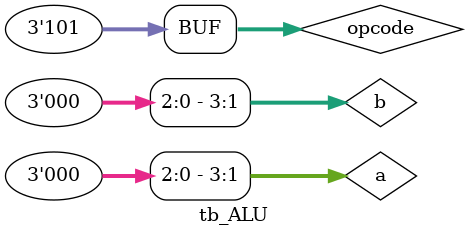
<source format=v>
module ALU #(parameter data_bitsize =4) (
    input [data_bitsize-1:0]a,b,
    input [data_bitsize-2:0]opcode,
    output reg [data_bitsize*2-1:0]dout
);
    parameter andd=3'b000,orr=andd+1,nandd=orr+1,norr=nandd+1,xorr=norr+1,xnorr=xorr+1 ;

    always @(a,b,opcode) begin
        case(opcode) 
            3'b000:dout=a&b;
            3'b001:dout=a|b;
            3'b010:dout=~(a&b);
            3'b011:dout=~(a|b);
            3'b100:dout=(a^b);
            3'b101:dout=~(a^b);
        endcase
    end
endmodule //ALU

module tb_ALU (
    
);
    reg[3:0]a,b;
    reg[2:0]opcode;
    wire [7:0]dout;
    initial begin
        repeat(2)begin opcode=3'd0;a=$random;b=$random;#10;end
        repeat(2)begin opcode=3'd1;a=$random;b=$random;#10;end
        repeat(2)begin opcode=3'd2;a=$random;b=$random;#10;end
        repeat(2)begin opcode=3'd3;a=$random;b=$random;#10;end
        repeat(2)begin opcode=3'd4;a=$random;b=$random;#10;end
        repeat(2)begin opcode=3'd5;a=$random;b=$random;#10;end
    end
    initial begin
        $monitor(" A=%b | B=%b | Opcode = %b | dout=%b",a,b,opcode,dout);
    end
    ALU a1(a,b,opcode,dout) ; 
endmodule //ALU

</source>
